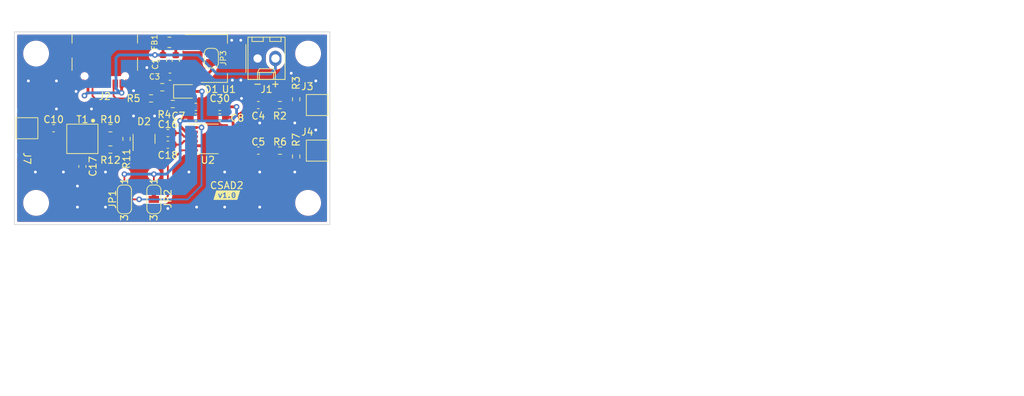
<source format=kicad_pcb>
(kicad_pcb (version 20221018) (generator pcbnew)
  (title_block (title "CSAD2") (date "2023-05-17") (rev "1.0"))
  (layers (0 "F.Cu" signal) (1 "In1.Cu" signal) (2 "In2.Cu" signal) (31 "B.Cu" signal) (34 "B.Paste" user) (35 "F.Paste" user) (36 "B.SilkS" user "B.Silkscreen") (37 "F.SilkS" user "F.Silkscreen") (38 "B.Mask" user) (39 "F.Mask" user) (44 "Edge.Cuts" user))
  (net 0 "")
  (net 1 "GND")
  (net 2 "+3.3V")
  (net 3 "Net-(U2-OUT1)")
  (net 4 "Net-(C4-Pad2)")
  (net 5 "Net-(U2-OUT2)")
  (net 6 "Net-(C5-Pad2)")
  (net 7 "Net-(J7-In)")
  (net 8 "Net-(T1-AA)")
  (net 9 "Net-(D2-A)")
  (net 10 "Net-(U2-IN+)")
  (net 11 "Net-(T1-SC)")
  (net 12 "Net-(C18-Pad1)")
  (net 13 "Net-(U2-IN-)")
  (net 14 "Net-(D1-K)")
  (net 15 "Net-(J2-CC1)")
  (net 19 "Net-(J2-CC2)")
  (net 23 "Net-(J3-In)")
  (net 24 "Net-(J4-In)")
  (net 25 "Earth")
  (net 26 "Net-(JP1-C)")
  (net 27 "Net-(JP2-C)")
  (net 28 "Net-(T1-SB)")
  (net 29 "Net-(T1-SA)")
  (net 30 "Net-(JP3-B)")
  (net 31 "Net-(J1-Pin_2)")
  (footprint "Resistor_SMD:R_0603_1608Metric" (layer "F.Cu") (at 155.9 94.94625)
    (fp_text reference "R6" (at 0 -1.24625) (layer "F.SilkS"))
    (fp_text value "100R")
    (pad "1" smd roundrect locked (at -0.825 0) (size 0.8 0.95) (layers "F.Cu" "F.Paste" "F.Mask") (net 6 "Net-(C5-Pad2)"))
    (pad "2" smd roundrect locked (at 0.825 0) (size 0.8 0.95) (layers "F.Cu" "F.Paste" "F.Mask") (net 24 "Net-(J4-In)"))
  )
  (footprint "Capacitor_SMD:C_0603_1608Metric" (layer "F.Cu") (at 147.3 90.2)
    (fp_text reference "C8" (at 2.5 0.1) (layer "F.SilkS"))
    (fp_text value "0.1uF")
    (pad "1" smd roundrect (at -0.775 0) (size 0.9 0.95) (layers "F.Cu" "F.Paste" "F.Mask") (net 1 "GND"))
    (pad "2" smd roundrect (at 0.775 0) (size 0.9 0.95) (layers "F.Cu" "F.Paste" "F.Mask") (net 2 "+3.3V"))
  )
  (footprint "Capacitor_SMD:C_0603_1608Metric" (layer "F.Cu") (at 141.025 82.1 90)
    (fp_text reference "C2" hide)
    (fp_text value "1uF")
    (pad "1" smd roundrect (at -0.775 0 90) (size 0.9 0.95) (layers "F.Cu" "F.Paste" "F.Mask") (net 1 "GND"))
    (pad "2" smd roundrect (at 0.775 0 90) (size 0.9 0.95) (layers "F.Cu" "F.Paste" "F.Mask") (net 30 "Net-(JP3-B)"))
  )
  (footprint "Capacitor_SMD:C_0603_1608Metric" (layer "F.Cu") (at 127.7 97.2 -90)
    (fp_text reference "C17" (at 0 -1.5 90) (layer "F.SilkS"))
    (fp_text value "0.1uF")
    (pad "1" smd roundrect (at -0.775 0 270) (size 0.9 0.95) (layers "F.Cu" "F.Paste" "F.Mask") (net 11 "Net-(T1-SC)"))
    (pad "2" smd roundrect (at 0.775 0 270) (size 0.9 0.95) (layers "F.Cu" "F.Paste" "F.Mask") (net 1 "GND"))
  )
  (footprint "Capacitor_SMD:C_0603_1608Metric" (layer "F.Cu") (at 143.9 88.7 180)
    (fp_text reference "C31" hide)
    (fp_text value "1uF")
    (pad "1" smd roundrect (at -0.775 0 180) (size 0.9 0.95) (layers "F.Cu" "F.Paste" "F.Mask") (net 1 "GND"))
    (pad "2" smd roundrect (at 0.775 0 180) (size 0.9 0.95) (layers "F.Cu" "F.Paste" "F.Mask") (net 2 "+3.3V"))
  )
  (footprint "Resistor_SMD:R_0603_1608Metric" (layer "F.Cu") (at 137.5 87.5 180)
    (fp_text reference "R5" (at 2.5 0) (layer "F.SilkS"))
    (fp_text value "5K1")
    (pad "1" smd roundrect (at -0.825 0 180) (size 0.8 0.95) (layers "F.Cu" "F.Paste" "F.Mask") (net 1 "GND"))
    (pad "2" smd roundrect (at 0.825 0 180) (size 0.8 0.95) (layers "F.Cu" "F.Paste" "F.Mask") (net 15 "Net-(J2-CC1)"))
  )
  (footprint "Capacitor_SMD:C_0603_1608Metric" (layer "F.Cu") (at 139.2 82.075 90)
    (fp_text reference "C1" (at -0.525 -1.1 90) (layer "F.SilkS") (effects (font (size 0.8 0.8) (thickness 0.12))))
    (fp_text value "1uF")
    (pad "1" smd roundrect (at -0.775 0 90) (size 0.9 0.95) (layers "F.Cu" "F.Paste" "F.Mask") (net 1 "GND"))
    (pad "2" smd roundrect (at 0.775 0 90) (size 0.9 0.95) (layers "F.Cu" "F.Paste" "F.Mask") (net 31 "Net-(J1-Pin_2)"))
  )
  (footprint "Capacitor_SMD:C_0603_1608Metric" (layer "F.Cu") (at 139.9 92.445)
    (fp_text reference "C16" (at 0 -1.245) (layer "F.SilkS"))
    (fp_text value "0.1uF")
    (pad "1" smd roundrect (at -0.775 0) (size 0.9 0.95) (layers "F.Cu" "F.Paste" "F.Mask") (net 9 "Net-(D2-A)"))
    (pad "2" smd roundrect (at 0.775 0) (size 0.9 0.95) (layers "F.Cu" "F.Paste" "F.Mask") (net 10 "Net-(U2-IN+)"))
  )
  (footprint "Jumper:SolderJumper-2_P1.3mm_Open_RoundedPad1.0x1.5mm" (layer "F.Cu") (at 146.1 81.75 90)
    (fp_text reference "JP3" (at 0 1.7 90) (layer "F.SilkS") (effects (font (size 0.8 0.8) (thickness 0.12))))
    (fp_text value "SolderJumper_2_Open")
    (pad "1" smd custom (at -0.65 0 90) (size 1 0.5) (layers "F.Cu" "F.Mask") (net 2 "+3.3V") (options (clearance outline) (anchor rect)) (primitives (gr_circle (center 0 0.25) (end 0.5 0.25) (width 0) (fill yes)) (gr_circle (center 0 -0.25) (end 0.5 -0.25) (width 0) (fill yes)) (gr_poly (pts (xy 0.5 0.75) (xy 0 0.75) (xy 0 -0.75) (xy 0.5 -0.75)) (width 0) (fill yes))))
    (pad "2" smd custom (at 0.65 0 90) (size 1 0.5) (layers "F.Cu" "F.Mask") (net 30 "Net-(JP3-B)") (options (clearance outline) (anchor rect)) (primitives (gr_circle (center 0 0.25) (end 0.5 0.25) (width 0) (fill yes)) (gr_circle (center 0 -0.25) (end 0.5 -0.25) (width 0) (fill yes)) (gr_poly (pts (xy 0 0.75) (xy -0.5 0.75) (xy -0.5 -0.75) (xy 0 -0.75)) (width 0) (fill yes))))
  )
  (footprint "Capacitor_SMD:C_0603_1608Metric" (layer "F.Cu") (at 139.9 94.095)
    (fp_text reference "C18" (at 0 1.505) (layer "F.SilkS"))
    (fp_text value "0.1uF")
    (pad "1" smd roundrect (at -0.775 0) (size 0.9 0.95) (layers "F.Cu" "F.Paste" "F.Mask") (net 12 "Net-(C18-Pad1)"))
    (pad "2" smd roundrect (at 0.775 0) (size 0.9 0.95) (layers "F.Cu" "F.Paste" "F.Mask") (net 13 "Net-(U2-IN-)"))
  )
  (footprint "Capacitor_SMD:C_0603_1608Metric" (layer "F.Cu") (at 123.6 91.75)
    (fp_text reference "C10" (at 0 -1.25) (layer "F.SilkS"))
    (fp_text value "0.1uF")
    (pad "1" smd roundrect (at -0.775 0) (size 0.9 0.95) (layers "F.Cu" "F.Paste" "F.Mask") (net 7 "Net-(J7-In)"))
    (pad "2" smd roundrect (at 0.775 0) (size 0.9 0.95) (layers "F.Cu" "F.Paste" "F.Mask") (net 8 "Net-(T1-AA)"))
  )
  (footprint "Package_SO:MSOP-12_3x4mm_P0.65mm" (layer "F.Cu") (at 145.6 93.27)
    (fp_text reference "U2" (at 0 3.03) (layer "F.SilkS"))
    (fp_text value "LTC6957IMS-3")
    (pad "1" smd roundrect (at -2.15 -1.625) (size 1.45 0.4) (layers "F.Cu" "F.Paste" "F.Mask") (net 26 "Net-(JP1-C)"))
    (pad "2" smd roundrect (at -2.15 -0.975) (size 1.45 0.4) (layers "F.Cu" "F.Paste" "F.Mask") (net 2 "+3.3V"))
    (pad "3" smd roundrect (at -2.15 -0.325) (size 1.45 0.4) (layers "F.Cu" "F.Paste" "F.Mask") (net 10 "Net-(U2-IN+)"))
    (pad "4" smd roundrect (at -2.15 0.325) (size 1.45 0.4) (layers "F.Cu" "F.Paste" "F.Mask") (net 13 "Net-(U2-IN-)"))
    (pad "5" smd roundrect (at -2.15 0.975) (size 1.45 0.4) (layers "F.Cu" "F.Paste" "F.Mask") (net 1 "GND"))
    (pad "6" smd roundrect (at -2.15 1.625) (size 1.45 0.4) (layers "F.Cu" "F.Paste" "F.Mask") (net 27 "Net-(JP2-C)"))
    (pad "7" smd roundrect (at 2.15 1.625) (size 1.45 0.4) (layers "F.Cu" "F.Paste" "F.Mask") (net 1 "GND"))
    (pad "8" smd roundrect (at 2.15 0.975) (size 1.45 0.4) (layers "F.Cu" "F.Paste" "F.Mask") (net 1 "GND"))
    (pad "9" smd roundrect (at 2.15 0.325) (size 1.45 0.4) (layers "F.Cu" "F.Paste" "F.Mask") (net 5 "Net-(U2-OUT2)"))
    (pad "10" smd roundrect (at 2.15 -0.325) (size 1.45 0.4) (layers "F.Cu" "F.Paste" "F.Mask") (net 3 "Net-(U2-OUT1)"))
    (pad "11" smd roundrect (at 2.15 -0.975) (size 1.45 0.4) (layers "F.Cu" "F.Paste" "F.Mask") (net 2 "+3.3V"))
    (pad "12" smd roundrect (at 2.15 -1.625) (size 1.45 0.4) (layers "F.Cu" "F.Paste" "F.Mask") (net 1 "GND"))
  )
  (footprint "Resistor_SMD:R_0603_1608Metric" (layer "F.Cu") (at 131.7 91.75)
    (fp_text reference "R10" (at 0 -1.25) (layer "F.SilkS"))
    (fp_text value "100R")
    (pad "1" smd roundrect (at -0.825 0) (size 0.8 0.95) (layers "F.Cu" "F.Paste" "F.Mask") (net 28 "Net-(T1-SB)"))
    (pad "2" smd roundrect (at 0.825 0) (size 0.8 0.95) (layers "F.Cu" "F.Paste" "F.Mask") (net 9 "Net-(D2-A)"))
  )
  (footprint "Capacitor_SMD:C_0603_1608Metric" (layer "F.Cu") (at 147.3 88.7)
    (fp_text reference "C30" (at 0 -1.2) (layer "F.SilkS"))
    (fp_text value "1uF")
    (pad "1" smd roundrect (at -0.775 0) (size 0.9 0.95) (layers "F.Cu" "F.Paste" "F.Mask") (net 1 "GND"))
    (pad "2" smd roundrect (at 0.775 0) (size 0.9 0.95) (layers "F.Cu" "F.Paste" "F.Mask") (net 2 "+3.3V"))
  )
  (footprint "ABOP_Parts:Connector_RF_Hirose_U.FL-R-SMT(01)" (layer "F.Cu") (at 161.2 94.94625 90)
    (fp_text reference "J4" (at 2.64625 -1.4 unlocked) (layer "F.SilkS"))
    (fp_text value "U.FL-R-SMT(01)")
    (pad "1" smd rect locked (at 0 -1.5 90) (size 1 1) (layers "F.Cu" "F.Paste" "F.Mask") (net 24 "Net-(J4-In)"))
    (pad "2" smd rect locked (at -1.475 -0.1 90) (size 1.05 2.2) (layers "F.Cu" "F.Paste" "F.Mask") (net 1 "GND"))
    (pad "2" smd rect locked (at 1.475 0 90) (size 1.05 2.2) (layers "F.Cu" "F.Paste" "F.Mask") (net 1 "GND"))
  )
  (footprint "LED_SMD:LED_0805_2012Metric" (layer "F.Cu") (at 142.4 86.5)
    (fp_text reference "D1" (at 3.7 -0.3) (layer "F.SilkS"))
    (fp_text value "150080GS75000")
    (pad "1" smd roundrect (at -0.9375 0) (size 0.975 1.4) (layers "F.Cu" "F.Paste" "F.Mask") (net 14 "Net-(D1-K)"))
    (pad "2" smd roundrect (at 0.9375 0) (size 0.975 1.4) (layers "F.Cu" "F.Paste" "F.Mask") (net 2 "+3.3V"))
  )
  (footprint "MountingHole:MountingHole_3.2mm_M3_ISO7380" (layer "F.Cu") (at 159.9 81.1)
    (fp_text reference "H2" hide)
    (fp_text value "MountingHole")
    (pad "" np_thru_hole circle (at 0 0) (size 3.2 3.2) (drill 3.2) (layers "*.Cu" "*.Mask"))
  )
  (footprint "Capacitor_SMD:C_0603_1608Metric" (layer "F.Cu") (at 152.8 88.44625)
    (fp_text reference "C4" (at 0 1.55375) (layer "F.SilkS"))
    (fp_text value "10nF")
    (pad "1" smd roundrect locked (at -0.775 0) (size 0.9 0.95) (layers "F.Cu" "F.Paste" "F.Mask") (net 3 "Net-(U2-OUT1)"))
    (pad "2" smd roundrect locked (at 0.775 0) (size 0.9 0.95) (layers "F.Cu" "F.Paste" "F.Mask") (net 4 "Net-(C4-Pad2)"))
  )
  (footprint "Resistor_SMD:R_0603_1608Metric" (layer "F.Cu") (at 158.2 95.77125 90)
    (fp_text reference "R7" (at 2.37125 0 270) (layer "F.SilkS"))
    (fp_text value "100R")
    (pad "1" smd roundrect (at -0.825 0 90) (size 0.8 0.95) (layers "F.Cu" "F.Paste" "F.Mask") (net 1 "GND"))
    (pad "2" smd roundrect (at 0.825 0 90) (size 0.8 0.95) (layers "F.Cu" "F.Paste" "F.Mask") (net 24 "Net-(J4-In)"))
  )
  (footprint "MountingHole:MountingHole_3.2mm_M3_ISO7380" (layer "F.Cu") (at 121.1 81.1)
    (fp_text reference "H1" hide)
    (fp_text value "MountingHole")
    (pad "" np_thru_hole circle (at 0 0) (size 3.2 3.2) (drill 3.2) (layers "*.Cu" "*.Mask"))
  )
  (footprint "Connector_Molex:Molex_KK-254_AE-6410-02A_1x02_P2.54mm_Vertical" (layer "F.Cu") (at 152.7 81.8)
    (fp_text reference "J1" (at 1.27 4.4) (layer "F.SilkS"))
    (fp_text value "22-23-2021")
    (pad "1" thru_hole roundrect locked (at 0 0) (size 1.74 2.19) (drill 1.19) (layers "*.Cu" "*.Mask") (roundrect_rratio 0.1436781609) (net 1 "GND"))
    (pad "2" thru_hole oval locked (at 2.54 0) (size 1.74 2.19) (drill 1.19) (layers "*.Cu" "*.Mask") (net 31 "Net-(J1-Pin_2)"))
  )
  (footprint "Resistor_SMD:R_0603_1608Metric" (layer "F.Cu") (at 131.7 94.79)
    (fp_text reference "R12" (at 0 1.51) (layer "F.SilkS"))
    (fp_text value "100R")
    (pad "1" smd roundrect (at -0.825 0) (size 0.8 0.95) (layers "F.Cu" "F.Paste" "F.Mask") (net 29 "Net-(T1-SA)"))
    (pad "2" smd roundrect (at 0.825 0) (size 0.8 0.95) (layers "F.Cu" "F.Paste" "F.Mask") (net 12 "Net-(C18-Pad1)"))
  )
  (footprint "Jumper:SolderJumper-3_P1.3mm_Bridged12_RoundedPad1.0x1.5mm_NumberLabels" (layer "F.Cu") (at 133.7 101.9 -90)
    (fp_text reference "JP1" (at 0 1.7 90) (layer "F.SilkS"))
    (fp_text value "SolderJumper_3_Bridged12")
    (fp_text user "1" (at -2.6 0 90) (layer "F.SilkS"))
    (fp_text user "3" (at 2.6 0 90) (layer "F.SilkS"))
    (fp_poly (pts (xy -0.9 -0.3) (xy -0.4 -0.3) (xy -0.4 0.3) (xy -0.9 0.3)) (fill solid) (layer "F.Cu"))
    (pad "1" smd custom (at -1.3 0 270) (size 1 0.5) (layers "F.Cu" "F.Mask") (net 2 "+3.3V") (options (clearance outline) (anchor rect)) (primitives (gr_poly (pts (xy 0.55 0.75) (xy 0 0.75) (xy 0 -0.75) (xy 0.55 -0.75)) (width 0) (fill yes)) (gr_circle (center 0 0.25) (end 0.5 0.25) (width 0) (fill yes)) (gr_circle (center 0 -0.25) (end 0.5 -0.25) (width 0) (fill yes))))
    (pad "2" smd rect (at 0 0 270) (size 1 1.5) (layers "F.Cu" "F.Mask") (net 26 "Net-(JP1-C)"))
    (pad "3" smd custom (at 1.3 0 270) (size 1 0.5) (layers "F.Cu" "F.Mask") (net 1 "GND") (options (clearance outline) (anchor rect)) (primitives (gr_circle (center 0 0.25) (end 0.5 0.25) (width 0) (fill yes)) (gr_circle (center 0 -0.25) (end 0.5 -0.25) (width 0) (fill yes)) (gr_poly (pts (xy 0 0.75) (xy -0.55 0.75) (xy -0.55 -0.75) (xy 0 -0.75)) (width 0) (fill yes))))
  )
  (footprint "Resistor_SMD:R_0603_1608Metric" (layer "F.Cu") (at 158.2 87.62125 -90)
    (fp_text reference "R3" (at -2.32125 0 -90) (layer "F.SilkS"))
    (fp_text value "100R")
    (pad "1" smd roundrect locked (at -0.825 0 270) (size 0.8 0.95) (layers "F.Cu" "F.Paste" "F.Mask") (net 1 "GND"))
    (pad "2" smd roundrect locked (at 0.825 0 270) (size 0.8 0.95) (layers "F.Cu" "F.Paste" "F.Mask") (net 23 "Net-(J3-In)"))
  )
  (footprint "Package_TO_SOT_SMD:SOT-223-3_TabPin2" (layer "F.Cu") (at 146.4875 81.8)
    (fp_text reference "U1" (at 2.1125 4.4) (layer "F.SilkS"))
    (fp_text value "AP7361C-33E")
    (pad "1" smd rect (at -3.15 -2.3) (size 2 1.5) (layers "F.Cu" "F.Paste" "F.Mask") (net 30 "Net-(JP3-B)"))
    (pad "2" smd rect (at -3.15 0) (size 2 1.5) (layers "F.Cu" "F.Paste" "F.Mask") (net 1 "GND"))
    (pad "2" smd rect (at 3.15 0) (size 2 3.8) (layers "F.Cu" "F.Paste" "F.Mask") (net 1 "GND"))
    (pad "3" smd rect (at -3.15 2.3) (size 2 1.5) (layers "F.Cu" "F.Paste" "F.Mask") (net 2 "+3.3V"))
  )
  (footprint "Resistor_SMD:R_0805_2012Metric" (layer "F.Cu") (at 140.1125 79.5)
    (fp_text reference "FB1" (at -2.1125 0 90) (layer "F.SilkS") (effects (font (size 0.8 0.8) (thickness 0.12))))
    (fp_text value "60R @ 100MHz")
    (pad "1" smd roundrect (at -0.9125 0) (size 1.025 1.4) (layers "F.Cu" "F.Paste" "F.Mask") (roundrect_rratio 0.243902439) (net 31 "Net-(J1-Pin_2)"))
    (pad "2" smd roundrect (at 0.9125 0) (size 1.025 1.4) (layers "F.Cu" "F.Paste" "F.Mask") (roundrect_rratio 0.243902439) (net 30 "Net-(JP3-B)"))
  )
  (footprint "ABOP_Parts:Transformer_Coilcraft_WBC_Series" (layer "F.Cu") (at 127.7 93.27 -90)
    (fp_text reference "T1" (at -2.77 0 unlocked) (layer "F.SilkS"))
    (fp_text value "WBC16-1T")
    (pad "1" smd rect locked (at -1.52 -1.525 270) (size 0.76 1.14) (layers "F.Cu" "F.Paste" "F.Mask") (net 28 "Net-(T1-SB)"))
    (pad "2" smd rect locked (at 0 -1.525 270) (size 0.76 1.14) (layers "F.Cu" "F.Paste" "F.Mask") (net 11 "Net-(T1-SC)"))
    (pad "3" smd rect locked (at 1.52 -1.525 270) (size 0.76 1.14) (layers "F.Cu" "F.Paste" "F.Mask") (net 29 "Net-(T1-SA)"))
    (pad "4" smd rect locked (at 1.52 1.525 270) (size 0.76 1.14) (layers "F.Cu" "F.Paste" "F.Mask") (net 25 "Earth"))
    (pad "5" smd rect locked (at 0 1.525 270) (size 0.76 1.14) (layers "F.Cu" "F.Paste" "F.Mask"))
    (pad "6" smd rect locked (at -1.52 1.525 270) (size 0.76 1.14) (layers "F.Cu" "F.Paste" "F.Mask") (net 8 "Net-(T1-AA)"))
  )
  (footprint "MountingHole:MountingHole_3.2mm_M3_ISO7380" (layer "F.Cu") (at 159.9 102.4)
    (fp_text reference "H4" hide)
    (fp_text value "MountingHole")
    (pad "" np_thru_hole circle (at 0 0) (size 3.2 3.2) (drill 3.2) (layers "*.Cu" "*.Mask"))
  )
  (footprint "kibuzzard-6464B5BF" (layer "F.Cu") (at 148.3 101.3)
    (fp_text reference "kibuzzard-6464B5BF" hide)
    (fp_text value "G***" hide)
  )
  (footprint "Resistor_SMD:R_0603_1608Metric" (layer "F.Cu") (at 139.1 85.9 180)
    (fp_text reference "R1" hide)
    (fp_text value "680R")
    (pad "1" smd roundrect (at -0.825 0 180) (size 0.8 0.95) (layers "F.Cu" "F.Paste" "F.Mask") (net 14 "Net-(D1-K)"))
    (pad "2" smd roundrect (at 0.825 0 180) (size 0.8 0.95) (layers "F.Cu" "F.Paste" "F.Mask") (net 1 "GND"))
  )
  (footprint "ABOP_Parts:Connector_RF_Hirose_U.FL-R-SMT(01)" (layer "F.Cu") (at 161.2 88.44625 90)
    (fp_text reference "J3" (at 2.64625 -1.4 unlocked) (layer "F.SilkS"))
    (fp_text value "U.FL-R-SMT(01)")
    (pad "1" smd rect locked (at 0 -1.5 90) (size 1 1) (layers "F.Cu" "F.Paste" "F.Mask") (net 23 "Net-(J3-In)"))
    (pad "2" smd rect locked (at -1.475 -0.1 90) (size 1.05 2.2) (layers "F.Cu" "F.Paste" "F.Mask") (net 1 "GND"))
    (pad "2" smd rect locked (at 1.475 0 90) (size 1.05 2.2) (layers "F.Cu" "F.Paste" "F.Mask") (net 1 "GND"))
  )
  (footprint "Capacitor_SMD:C_0603_1608Metric" (layer "F.Cu") (at 140.2 84.4)
    (fp_text reference "C3" (at -2.2 0) (layer "F.SilkS") (effects (font (size 0.8 0.8) (thickness 0.12) bold)))
    (fp_text value "4.7uF")
    (pad "1" smd roundrect (at -0.775 0) (size 0.9 0.95) (layers "F.Cu" "F.Paste" "F.Mask") (net 1 "GND"))
    (pad "2" smd roundrect (at 0.775 0) (size 0.9 0.95) (layers "F.Cu" "F.Paste" "F.Mask") (net 2 "+3.3V"))
  )
  (footprint "Resistor_SMD:R_0603_1608Metric" (layer "F.Cu") (at 155.875 88.44625)
    (fp_text reference "R2" (at 0 1.549999) (layer "F.SilkS"))
    (fp_text value "100R")
    (pad "1" smd roundrect locked (at -0.825 0) (size 0.8 0.95) (layers "F.Cu" "F.Paste" "F.Mask") (net 4 "Net-(C4-Pad2)"))
    (pad "2" smd roundrect locked (at 0.825 0) (size 0.8 0.95) (layers "F.Cu" "F.Paste" "F.Mask") (net 23 "Net-(J3-In)"))
  )
  (footprint "Package_TO_SOT_SMD:SOT-23" (layer "F.Cu") (at 136.5 93.27 90)
    (fp_text reference "D2" (at 2.47 0 180) (layer "F.SilkS"))
    (fp_text value "HSMS-281C")
    (pad "1" smd roundrect (at -0.9375 -0.95 90) (size 1.475 0.6) (layers "F.Cu" "F.Paste" "F.Mask") (net 12 "Net-(C18-Pad1)"))
    (pad "2" smd roundrect (at -0.9375 0.95 90) (size 1.475 0.6) (layers "F.Cu" "F.Paste" "F.Mask") (net 12 "Net-(C18-Pad1)"))
    (pad "3" smd roundrect (at 0.9375 0 90) (size 1.475 0.6) (layers "F.Cu" "F.Paste" "F.Mask") (net 9 "Net-(D2-A)"))
  )
  (footprint "Jumper:SolderJumper-3_P1.3mm_Bridged12_RoundedPad1.0x1.5mm_NumberLabels" (layer "F.Cu") (at 137.9 101.9 -90)
    (fp_text reference "JP2" (at -0.1 -2 90) (layer "F.SilkS"))
    (fp_text value "SolderJumper_3_Bridged12")
    (fp_text user "3" (at 2.6 0 90) (layer "F.SilkS"))
    (fp_text user "1" (at -2.6 0 90) (layer "F.SilkS"))
    (fp_poly (pts (xy -0.9 -0.3) (xy -0.4 -0.3) (xy -0.4 0.3) (xy -0.9 0.3)) (fill solid) (layer "F.Cu"))
    (pad "1" smd custom (at -1.3 0 270) (size 1 0.5) (layers "F.Cu" "F.Mask") (net 2 "+3.3V") (options (clearance outline) (anchor rect)) (primitives (gr_poly (pts (xy 0.55 0.75) (xy 0 0.75) (xy 0 -0.75) (xy 0.55 -0.75)) (width 0) (fill yes)) (gr_circle (center 0 0.25) (end 0.5 0.25) (width 0) (fill yes)) (gr_circle (center 0 -0.25) (end 0.5 -0.25) (width 0) (fill yes))))
    (pad "2" smd rect (at 0 0 270) (size 1 1.5) (layers "F.Cu" "F.Mask") (net 27 "Net-(JP2-C)"))
    (pad "3" smd custom (at 1.3 0 270) (size 1 0.5) (layers "F.Cu" "F.Mask") (net 1 "GND") (options (clearance outline) (anchor rect)) (primitives (gr_circle (center 0 0.25) (end 0.5 0.25) (width 0) (fill yes)) (gr_circle (center 0 -0.25) (end 0.5 -0.25) (width 0) (fill yes)) (gr_poly (pts (xy 0 0.75) (xy -0.55 0.75) (xy -0.55 -0.75) (xy 0 -0.75)) (width 0) (fill yes))))
  )
  (footprint "Capacitor_SMD:C_0603_1608Metric" (layer "F.Cu") (at 143.9 90.2 180)
    (fp_text reference "C7" (at 2.5 0.2) (layer "F.SilkS"))
    (fp_text value "0.1uF")
    (pad "1" smd roundrect (at -0.775 0 180) (size 0.9 0.95) (layers "F.Cu" "F.Paste" "F.Mask") (net 1 "GND"))
    (pad "2" smd roundrect (at 0.775 0 180) (size 0.9 0.95) (layers "F.Cu" "F.Paste" "F.Mask") (net 2 "+3.3V"))
  )
  (footprint "Resistor_SMD:R_0603_1608Metric" (layer "F.Cu") (at 134 93.27 -90)
    (fp_text reference "R11" (at 2.83 0 90) (layer "F.SilkS"))
    (fp_text value "604R")
    (pad "1" smd roundrect locked (at -0.825 0 270) (size 0.8 0.95) (layers "F.Cu" "F.Paste" "F.Mask") (net 9 "Net-(D2-A)"))
    (pad "2" smd roundrect locked (at 0.825 0 270) (size 0.8 0.95) (layers "F.Cu" "F.Paste" "F.Mask") (net 12 "Net-(C18-Pad1)"))
  )
  (footprint "Capacitor_SMD:C_0603_1608Metric" (layer "F.Cu") (at 152.8 94.94625)
    (fp_text reference "C5" (at 0 -1.24625) (layer "F.SilkS"))
    (fp_text value "10nF")
    (pad "1" smd roundrect locked (at -0.775 0) (size 0.9 0.95) (layers "F.Cu" "F.Paste" "F.Mask") (net 5 "Net-(U2-OUT2)"))
    (pad "2" smd roundrect locked (at 0.775 0) (size 0.9 0.95) (layers "F.Cu" "F.Paste" "F.Mask") (net 6 "Net-(C5-Pad2)"))
  )
  (footprint "ABOP_Parts:Connector_RF_Hirose_U.FL-R-SMT(01)" (layer "F.Cu") (at 119.8 91.75 -90)
    (fp_text reference "J7" (at 4.3 0 -90 unlocked) (layer "F.SilkS"))
    (fp_text value "U.FL-R-SMT(01)")
    (pad "1" smd rect locked (at 0 -1.5 270) (size 1 1) (layers "F.Cu" "F.Paste" "F.Mask") (net 7 "Net-(J7-In)"))
    (pad "2" smd rect locked (at -1.475 -0.1 270) (size 1.05 2.2) (layers "F.Cu" "F.Paste" "F.Mask") (net 25 "Earth"))
    (pad "2" smd rect locked (at 1.475 0 270) (size 1.05 2.2) (layers "F.Cu" "F.Paste" "F.Mask") (net 25 "Earth"))
  )
  (footprint "Resistor_SMD:R_0603_1608Metric" (layer "F.Cu") (at 140.6 88.3 180)
    (fp_text reference "R4" (at 1.2 -1.5) (layer "F.SilkS"))
    (fp_text value "5K1")
    (pad "1" smd roundrect (at -0.825 0 180) (size 0.8 0.95) (layers "F.Cu" "F.Paste" "F.Mask") (net 1 "GND"))
    (pad "2" smd roundrect (at 0.825 0 180) (size 0.8 0.95) (layers "F.Cu" "F.Paste" "F.Mask") (net 19 "Net-(J2-CC2)"))
  )
  (footprint "MountingHole:MountingHole_3.2mm_M3_ISO7380" (layer "F.Cu") (at 121.1 102.4)
    (fp_text reference "H3" hide)
    (fp_text value "MountingHole")
    (pad "" np_thru_hole circle (at 0 0) (size 3.2 3.2) (drill 3.2) (layers "*.Cu" "*.Mask"))
  )
  (footprint "ABOP_Parts:USB_C_Receptacle_GCT_USB4110-xx-A_16P_TopMnt_Horizontal" (layer "F.Cu") (at 130.9 78.035 180)
    (fp_text reference "J2" (at 0 -9.175 unlocked) (layer "F.SilkS"))
    (fp_text value "USB4110-GF-A")
    (pad "" np_thru_hole circle (at -2.89 -6.28 180) (size 0.65 0.65) (drill 0.65) (layers "F&B.Cu" "*.Mask"))
    (pad "" np_thru_hole circle (at 2.89 -6.28 180) (size 0.65 0.65) (drill 0.65) (layers "F&B.Cu" "*.Mask"))
    (pad "A1" smd rect (at -3.2 -7.355 180) (size 0.6 1.15) (layers "F.Cu" "F.Paste" "F.Mask") (net 1 "GND"))
    (pad "A4" smd rect (at -2.4 -7.355 180) (size 0.6 1.15) (layers "F.Cu" "F.Paste" "F.Mask") (net 31 "Net-(J1-Pin_2)"))
    (pad "A5" smd rect (at -1.25 -7.355 180) (size 0.3 1.15) (layers "F.Cu" "F.Paste" "F.Mask") (net 15 "Net-(J2-CC1)"))
    (pad "A6" smd rect (at -0.25 -7.355 180) (size 0.3 1.15) (layers "F.Cu" "F.Paste" "F.Mask"))
    (pad "A7" smd rect (at 0.25 -7.355 180) (size 0.3 1.15) (layers "F.Cu" "F.Paste" "F.Mask"))
    (pad "A8" smd rect (at 1.25 -7.355 180) (size 0.3 1.15) (layers "F.Cu" "F.Paste" "F.Mask"))
    (pad "A9" smd rect (at 2.4 -7.355 180) (size 0.6 1.15) (layers "F.Cu" "F.Paste" "F.Mask") (net 31 "Net-(J1-Pin_2)"))
    (pad "A12" smd rect (at 3.2 -7.355 180) (size 0.6 1.15) (layers "F.Cu" "F.Paste" "F.Mask") (net 1 "GND"))
    (pad "B1" smd rect (at 3.2 -7.355 180) (size 0.6 1.15) (layers "F.Cu" "F.Paste" "F.Mask") (net 1 "GND"))
    (pad "B4" smd rect (at 2.4 -7.355 180) (size 0.6 1.15) (layers "F.Cu" "F.Paste" "F.Mask") (net 31 "Net-(J1-Pin_2)"))
    (pad "B5" smd rect (at 1.75 -7.355 180) (size 0.3 1.15) (layers "F.Cu" "F.Paste" "F.Mask") (net 19 "Net-(J2-CC2)"))
    (pad "B6" smd rect (at 0.75 -7.355 180) (size 0.3 1.15) (layers "F.Cu" "F.Paste" "F.Mask"))
    (pad "B7" smd rect (at -0.75 -7.355 180) (size 0.3 1.15) (layers "F.Cu" "F.Paste" "F.Mask"))
    (pad "B8" smd rect (at -1.75 -7.355 180) (size 0.3 1.15) (layers "F.Cu" "F.Paste" "F.Mask"))
    (pad "B9" smd rect (at -2.4 -7.355 180) (size 0.6 1.15) (layers "F.Cu" "F.Paste" "F.Mask") (net 31 "Net-(J1-Pin_2)"))
    (pad "B12" smd rect (at -3.2 -7.355 180) (size 0.6 1.15) (layers "F.Cu" "F.Paste" "F.Mask") (net 1 "GND"))
    (pad "S1" smd rect (at -5.11 -6.78 180) (size 2.18 2) (layers "F.Cu" "F.Paste" "F.Mask") (net 1 "GND"))
    (pad "S1" smd rect (at -5.11 -2.85 180) (size 2.18 2) (layers "F.Cu" "F.Paste" "F.Mask") (net 1 "GND"))
    (pad "S1" smd rect (at 5.11 -6.78 180) (size 2.18 2) (layers "F.Cu" "F.Paste" "F.Mask") (net 1 "GND"))
    (pad "S1" smd rect (at 5.11 -2.85 180) (size 2.18 2) (layers "F.Cu" "F.Paste" "F.Mask") (net 1 "GND"))
  )
  (gr_rect locked (start 118 78) (end 163 105.5) (stroke (width 0.1)) (fill none) (layer "Edge.Cuts"))
  (gr_text "+" (at 155.24 85.4) (layer "F.SilkS") (effects (font (size 1 1))))
  (gr_text "-" (at 152.7 85.4) (layer "F.SilkS") (effects (font (size 1 1))))
  (gr_text "CSAD2" (at 148.3 100.5) (layer "F.SilkS") (effects (font (size 1 1)) (justify bottom)))
  (segment (start 147.75 94.245) (end 143.45 94.245) (width 0.4) (layer "F.Cu") (net 1))
  (segment (start 127.7 85.6) (end 126.8 86.5) (width 0.4) (layer "F.Cu") (net 1))
  (segment (start 134.1 85.5) (end 135 86.4) (width 0.4) (layer "F.Cu") (net 1))
  (segment (start 134.1 85.39) (end 134.1 85.5) (width 0.4) (layer "F.Cu") (net 1))
  (segment (start 127.7 85.39) (end 127.7 85.6) (width 0.4) (layer "F.Cu") (net 1))
  (via (at 124 85) (size 0.8) (drill 0.4) (layers "F.Cu" "B.Cu") (net 1))
  (via (at 120 85) (size 0.8) (drill 0.4) (layers "F.Cu" "B.Cu") (net 1))
  (via (at 127 103) (size 0.8) (drill 0.4) (layers "F.Cu" "B.Cu") (net 1))
  (via (at 135 90) (size 0.8) (drill 0.4) (layers "F.Cu" "B.Cu") (net 1))
  (via (at 150.4 87.5) (size 0.8) (drill 0.4) (layers "F.Cu" "B.Cu") (net 1))
  (via (at 153 98) (size 0.8) (drill 0.4) (layers "F.Cu" "B.Cu") (net 1))
  (via (at 161 92) (size 0.8) (drill 0.4) (layers "F.Cu" "B.Cu") (net 1))
  (via (at 157.5 83.9) (size 0.8) (drill 0.4) (layers "F.Cu" "B.Cu") (net 1))
  (via (at 136.9 83.1) (size 0.8) (drill 0.4) (layers "F.Cu" "B.Cu") (net 1))
  (via (at 161 85) (size 0.8) (drill 0.4) (layers "F.Cu" "B.Cu") (net 1))
  (via (at 158 98) (size 0.8) (drill 0.4) (layers "F.Cu" "B.Cu") (net 1))
  (via (at 127 100) (size 0.8) (drill 0.4) (layers "F.Cu" "B.Cu") (net 1))
  (via (at 131 98) (size 0.8) (drill 0.4) (layers "F.Cu" "B.Cu") (net 1))
  (via (at 126.8 86.5) (size 0.8) (drill 0.4) (layers "F.Cu" "B.Cu") (net 1))
  (via (at 125 98) (size 0.8) (drill 0.4) (layers "F.Cu" "B.Cu") (net 1))
  (via (at 153 91) (size 0.8) (drill 0.4) (layers "F.Cu" "B.Cu") (net 1))
  (via (at 138 90) (size 0.8) (drill 0.4) (layers "F.Cu" "B.Cu") (net 1))
  (via (at 150.3 84.9) (size 0.8) (drill 0.4) (layers "F.Cu" "B.Cu") (net 1))
  (via (at 148 103) (size 0.8) (drill 0.4) (layers "F.Cu" "B.Cu") (net 1))
  (via (at 139.9 103.2) (size 0.8) (drill 0.4) (layers "F.Cu" "B.Cu") (net 1))
  (via (at 131 103) (size 0.8) (drill 0.4) (layers "F.Cu" "B.Cu") (net 1))
  (via (at 124 89) (size 0.8) (drill 0.4) (layers "F.Cu" "B.Cu") (net 1))
  (via (at 144 103) (size 0.8) (drill 0.4) (layers "F.Cu" "B.Cu") (net 1))
  (via (at 129 89) (size 0.8) (drill 0.4) (layers "F.Cu" "B.Cu") (net 1))
  (via (at 149.1 84.9) (size 0.8) (drill 0.4) (layers "F.Cu" "B.Cu") (net 1))
  (via (at 149 79.2) (size 0.8) (drill 0.4) (layers "F.Cu" "B.Cu") (net 1))
  (via (at 142.9 98) (size 0.8) (drill 0.4) (layers "F.Cu" "B.Cu") (net 1))
  (via (at 148 98) (size 0.8) (drill 0.4) (layers "F.Cu" "B.Cu") (net 1))
  (via (at 135 86.4) (size 0.8) (drill 0.4) (layers "F.Cu" "B.Cu") (net 1))
  (via (at 150.3 79.2) (size 0.8) (drill 0.4) (layers "F.Cu" "B.Cu") (net 1))
  (via (at 121 98) (size 0.8) (drill 0.4) (layers "F.Cu" "B.Cu") (net 1))
  (via (at 153 103) (size 0.8) (drill 0.4) (layers "F.Cu" "B.Cu") (net 1))
  (via (at 158 91) (size 0.8) (drill 0.4) (layers "F.Cu" "B.Cu") (net 1))
  (segment (start 148.075 90.2) (end 148.075 88.7) (width 0.4) (layer "F.Cu") (net 2))
  (segment (start 146.1 83.5) (end 146.1 82.4) (width 0.4) (layer "F.Cu") (net 2))
  (segment (start 149.195 91.645) (end 149.2 91.65) (width 0.4) (layer "F.Cu") (net 2))
  (segment (start 145.5 84.1) (end 146.1 83.5) (width 0.4) (layer "F.Cu") (net 2))
  (segment (start 137.9 100.6) (end 137.9 98.3) (width 0.25) (layer "F.Cu") (net 2))
  (segment (start 141.65 91.45) (end 141.65 90.7) (width 0.4) (layer "F.Cu") (net 2))
  (segment (start 149.2 91.85) (end 149.2 91.65) (width 0.4) (layer "F.Cu") (net 2))
  (segment (start 149.2 91.65) (end 149.2 90.4) (width 0.4) (layer "F.Cu") (net 2))
  (segment (start 133.7 100.6) (end 133.7 98.3) (width 0.25) (layer "F.Cu") (net 2))
  (segment (start 149.2 90.4) (end 149 90.2) (width 0.4) (layer "F.Cu") (net 2))
  (segment (start 143.3375 84.1) (end 143.3375 86.5) (width 0.4) (layer "F.Cu") (net 2))
  (segment (start 147.75 92.295) (end 148.755 92.295) (width 0.4) (layer "F.Cu") (net 2))
  (segment (start 140.975 84.4) (end 141.7 84.4) (width 0.4) (layer "F.Cu") (net 2))
  (segment (start 142.495 92.295) (end 141.65 91.45) (width 0.4) (layer "F.Cu") (net 2))
  (segment (start 141.7 84.4) (end 142 84.1) (width 0.4) (layer "F.Cu") (net 2))
  (segment (start 148.075 88.7) (end 149.7 88.7) (width 0.4) (layer "F.Cu") (net 2))
  (segment (start 142 84.1) (end 143.3375 84.1) (width 0.4) (layer "F.Cu") (net 2))
  (segment (start 142.15 90.2) (end 143.125 90.2) (width 0.4) (layer "F.Cu") (net 2))
  (segment (start 141.65 90.7) (end 142.15 90.2) (width 0.4) (layer "F.Cu") (net 2))
  (segment (start 148.755 92.295) (end 149.2 91.85) (width 0.4) (layer "F.Cu") (net 2))
  (segment (start 143.125 90.2) (end 143.125 88.7) (width 0.4) (layer "F.Cu") (net 2))
  (segment (start 143.45 92.295) (end 142.495 92.295) (width 0.4) (layer "F.Cu") (net 2))
  (segment (start 149 90.2) (end 148.075 90.2) (width 0.4) (layer "F.Cu") (net 2))
  (segment (start 143.3375 84.1) (end 145.5 84.1) (width 0.4) (layer "F.Cu") (net 2))
  (segment (start 143.3375 86.5) (end 144.75 86.5) (width 0.4) (layer "F.Cu") (net 2))
  (via (at 144.75 86.5) (size 0.8) (drill 0.4) (layers "F.Cu" "B.Cu") (net 2))
  (via (at 133.7 98.3) (size 0.8) (drill 0.4) (layers "F.Cu" "B.Cu") (net 2))
  (via (at 141.65 90.7) (size 0.8) (drill 0.4) (layers "F.Cu" "B.Cu") (net 2))
  (via (at 137.9 98.3) (size 0.8) (drill 0.4) (layers "F.Cu" "B.Cu") (net 2))
  (via (at 149.7 88.7) (size 0.8) (drill 0.4) (layers "F.Cu" "B.Cu") (net 2))
  (segment (start 141.65 90.7) (end 148.9 90.7) (width 0.4) (layer "B.Cu") (net 2))
  (segment (start 139.7 98.3) (end 133.7 98.3) (width 0.4) (layer "B.Cu") (net 2))
  (segment (start 149.7 89.9) (end 149.7 88.7) (width 0.4) (layer "B.Cu") (net 2))
  (segment (start 141.65 90.7) (end 141.65 96.35) (width 0.4) (layer "B.Cu") (net 2))
  (segment (start 144.75 86.5) (end 144.75 90.65) (width 0.4) (layer "B.Cu") (net 2))
  (segment (start 141.65 96.35) (end 139.7 98.3) (width 0.4) (layer "B.Cu") (net 2))
  (segment (start 148.9 90.7) (end 149.7 89.9) (width 0.4) (layer "B.Cu") (net 2))
  (segment (start 149.055 92.945) (end 152.025 89.975) (width 0.3) (layer "F.Cu") (net 3))
  (segment (start 152.025 89.975) (end 152.025 88.44625) (width 0.3) (layer "F.Cu") (net 3))
  (segment (start 147.75 92.945) (end 149.055 92.945) (width 0.3) (layer "F.Cu") (net 3))
  (segment locked (start 153.575 88.44625) (end 155.05 88.44625) (width 0.3) (layer "F.Cu") (net 4))
  (segment (start 148.3 93.595) (end 147.75 93.595) (width 0.3) (layer "F.Cu") (net 5))
  (segment (start 149.595018 94.204965) (end 149.204982 94.204965) (width 0.3) (layer "F.Cu") (net 5))
  (segment (start 152.025 94.94625) (end 152.025 94.025) (width 0.3) (layer "F.Cu") (net 5))
  (segment (start 150.59005 92.785049) (end 150.304975 92.785049) (width 0.3) (layer "F.Cu") (net 5))
  (segment (start 150.995025 93.190025) (end 150.995025 93.190024) (width 0.3) (layer "F.Cu") (net 5))
  (segment (start 149.9 93.190024) (end 149.9 93.190025) (width 0.3) (layer "F.Cu") (net 5))
  (segment (start 151.595 93.595) (end 151.4 93.595) (width 0.3) (layer "F.Cu") (net 5))
  (segment (start 148.595018 93.595) (end 148.3 93.595) (width 0.3) (layer "F.Cu") (net 5))
  (segment (start 148.9 93.899983) (end 148.9 93.899982) (width 0.3) (layer "F.Cu") (net 5))
  (segment (start 149.9 93.190025) (end 149.9 93.899983) (width 0.3) (layer "F.Cu") (net 5))
  (segment (start 152.025 94.025) (end 151.595 93.595) (width 0.3) (layer "F.Cu") (net 5))
  (arc (start 148.9 93.899982) (mid 148.810673 93.684327) (end 148.595018 93.595) (width 0.3) (layer "F.Cu") (net 5))
  (arc (start 149.204982 94.204965) (mid 148.989327 94.115638) (end 148.9 93.899983) (width 0.3) (layer "F.Cu") (net 5))
  (arc (start 149.9 93.899983) (mid 149.810673 94.115638) (end 149.595018 94.204965) (width 0.3) (layer "F.Cu") (net 5))
  (arc (start 150.995025 93.190024) (mid 150.876411 92.903663) (end 150.59005 92.785049) (width 0.3) (layer "F.Cu") (net 5))
  (arc (start 150.304975 92.785049) (mid 150.018614 92.903663) (end 149.9 93.190024) (width 0.3) (layer "F.Cu") (net 5))
  (arc (start 151.4 93.595) (mid 151.113639 93.476386) (end 150.995025 93.190025) (width 0.3) (layer "F.Cu") (net 5))
  (segment locked (start 153.575 94.94625) (end 155.075 94.94625) (width 0.3) (layer "F.Cu") (net 6))
  (segment (start 121.3 91.75) (end 122.825 91.75) (width 0.3) (layer "F.Cu") (net 7))
  (segment (start 124.375 91.75) (end 126.175 91.75) (width 0.3) (layer "F.Cu") (net 8))
  (segment (start 139.125 92.445) (end 134 92.445) (width 0.3) (layer "F.Cu") (net 9))
  (segment (start 132.525 91.75) (end 133.305 91.75) (width 0.3) (layer "F.Cu") (net 9))
  (segment (start 133.305 91.75) (end 134 92.445) (width 0.3) (layer "F.Cu") (net 9))
  (segment (start 141.745 92.445) (end 142.245 92.945) (width 0.3) (layer "F.Cu") (net 10))
  (segment (start 140.675 92.445) (end 141.745 92.445) (width 0.3) (layer "F.Cu") (net 10))
  (segment (start 142.245 92.945) (end 143.45 92.945) (width 0.3) (layer "F.Cu") (net 10))
  (segment (start 128.13 93.27) (end 127.7 93.7) (width 0.3) (layer "F.Cu") (net 11))
  (segment (start 129.225 93.27) (end 128.13 93.27) (width 0.3) (layer "F.Cu") (net 11))
  (segment (start 127.7 93.7) (end 127.7 96.425) (width 0.3) (layer "F.Cu") (net 11))
  (segment (start 133.305 94.79) (end 134 94.095) (width 0.3) (layer "F.Cu") (net 12))
  (segment (start 132.525 94.79) (end 133.305 94.79) (width 0.3) (layer "F.Cu") (net 12))
  (segment (start 139.125 94.095) (end 134 94.095) (width 0.3) (layer "F.Cu") (net 12))
  (segment (start 142.205 93.595) (end 143.45 93.595) (width 0.3) (layer "F.Cu") (net 13))
  (segment (start 141.705 94.095) (end 142.205 93.595) (width 0.3) (layer "F.Cu") (net 13))
  (segment (start 140.675 94.095) (end 141.705 94.095) (width 0.3) (layer "F.Cu") (net 13))
  (segment (start 140.7 86.5) (end 141.4625 86.5) (width 0.25) (layer "F.Cu") (net 14))
  (segment (start 140.5 85.9) (end 140.6 86) (width 0.25) (layer "F.Cu") (net 14))
  (segment (start 140.6 86) (end 140.6 86.4) (width 0.25) (layer "F.Cu") (net 14))
  (segment (start 140.6 86.4) (end 140.7 86.5) (width 0.25) (layer "F.Cu") (net 14))
  (segment (start 139.925 85.9) (end 140.5 85.9) (width 0.25) (layer "F.Cu") (net 14))
  (segment (start 132.5 87.5) (end 132.15 87.15) (width 0.25) (layer "F.Cu") (net 15))
  (segment (start 136.675 87.5) (end 132.5 87.5) (width 0.25) (layer "F.Cu") (net 15))
  (segment (start 132.15 87.15) (end 132.15 85.39) (width 0.25) (layer "F.Cu") (net 15))
  (segment (start 130.3 88.3) (end 129.15 87.15) (width 0.25) (layer "F.Cu") (net 19))
  (segment (start 139.775 88.3) (end 130.3 88.3) (width 0.25) (layer "F.Cu") (net 19))
  (segment (start 129.15 87.15) (end 129.15 85.39) (width 0.25) (layer "F.Cu") (net 19))
  (segment locked (start 156.7 88.44625) (end 159.7 88.44625) (width 0.3) (layer "F.Cu") (net 23))
  (segment locked (start 156.725 94.94625) (end 159.7 94.94625) (width 0.3) (layer "F.Cu") (net 24))
  (segment (start 135.8 101.9) (end 133.7 101.9) (width 0.25) (layer "F.Cu") (net 26))
  (segment (start 143.45 91.645) (end 144.695 91.645) (width 0.25) (layer "F.Cu") (net 26))
  (segment (start 144.695 91.645) (end 144.7 91.65) (width 0.25) (layer "F.Cu") (net 26))
  (via (at 144.7 91.65) (size 0.8) (drill 0.4) (layers "F.Cu" "B.Cu") (net 26))
  (via (at 135.8 101.9) (size 0.8) (drill 0.4) (layers "F.Cu" "B.Cu") (net 26))
  (segment (start 144.7 99.9) (end 144.7 91.65) (width 0.25) (layer "B.Cu") (net 26))
  (segment (start 142.7 101.9) (end 144.7 99.9) (width 0.25) (layer "B.Cu") (net 26))
  (segment (start 135.8 101.9) (end 142.7 101.9) (width 0.25) (layer "B.Cu") (net 26))
  (segment (start 137.9 101.9) (end 139.4 101.9) (width 0.25) (layer "F.Cu") (net 27))
  (segment (start 139.9 96.9) (end 141.9 94.9) (width 0.25) (layer "F.Cu") (net 27))
  (segment (start 139.9 101.4) (end 139.9 96.9) (width 0.25) (layer "F.Cu") (net 27))
  (segment (start 141.9 94.9) (end 143.445 94.9) (width 0.25) (layer "F.Cu") (net 27))
  (segment (start 143.445 94.9) (end 143.45 94.895) (width 0.25) (layer "F.Cu") (net 27))
  (segment (start 139.4 101.9) (end 139.9 101.4) (width 0.25) (layer "F.Cu") (net 27))
  (segment (start 129.225 91.75) (end 130.875 91.75) (width 0.3) (layer "F.Cu") (net 28))
  (segment (start 129.225 94.79) (end 130.875 94.79) (width 0.3) (layer "F.Cu") (net 29))
  (segment (start 143.3375 79.5) (end 145.5 79.5) (width 0.4) (layer "F.Cu") (net 30))
  (segment (start 146.1 80.1) (end 146.1 81.1) (width 0.4) (layer "F.Cu") (net 30))
  (segment (start 141.025 79.5) (end 141.025 81.325) (width 0.4) (layer "F.Cu") (net 30))
  (segment (start 145.5 79.5) (end 146.1 80.1) (width 0.4) (layer "F.Cu") (net 30))
  (segment (start 141.025 79.5) (end 143.3375 79.5) (width 0.4) (layer "F.Cu") (net 30))
  (segment (start 133.3 85.39) (end 133.3 86.7) (width 0.4) (layer "F.Cu") (net 31))
  (segment (start 139.2 81.325) (end 139.2 79.5) (width 0.4) (layer "F.Cu") (net 31))
  (segment (start 139.2 81.3) (end 138.05 81.3) (width 0.4) (layer "F.Cu") (net 31))
  (segment (start 128.5 86.6) (end 128.5 85.39) (width 0.4) (layer "F.Cu") (net 31))
  (segment (start 128 87.1) (end 128.5 86.6) (width 0.4) (layer "F.Cu") (net 31))
  (via (at 138.05 81.3) (size 0.8) (drill 0.4) (layers "F.Cu" "B.Cu") (net 31))
  (via (at 128 87.1) (size 0.8) (drill 0.4) (layers "F.Cu" "B.Cu") (net 31))
  (via (at 133.3 86.7) (size 0.8) (drill 0.4) (layers "F.Cu" "B.Cu") (net 31))
  (segment (start 132.5 86.1) (end 133.1 86.7) (width 0.4) (layer "B.Cu") (net 31))
  (segment (start 144.2 81.3) (end 146.9 84) (width 0.4) (layer "B.Cu") (net 31))
  (segment (start 128.4 86.7) (end 128 87.1) (width 0.4) (layer "B.Cu") (net 31))
  (segment (start 144.2 81.3) (end 138.05 81.3) (width 0.4) (layer "B.Cu") (net 31))
  (segment (start 138.05 81.3) (end 132.9 81.3) (width 0.4) (layer "B.Cu") (net 31))
  (segment (start 154.5 84) (end 155.24 83.26) (width 0.4) (layer "B.Cu") (net 31))
  (segment (start 132.5 81.7) (end 132.5 86.1) (width 0.4) (layer "B.Cu") (net 31))
  (segment (start 132.9 81.3) (end 132.5 81.7) (width 0.4) (layer "B.Cu") (net 31))
  (segment (start 133.3 86.7) (end 128.4 86.7) (width 0.4) (layer "B.Cu") (net 31))
  (segment (start 146.9 84) (end 154.5 84) (width 0.4) (layer "B.Cu") (net 31))
  (segment (start 155.24 83.26) (end 155.24 81.8) (width 0.4) (layer "B.Cu") (net 31))
  (segment (start 133.1 86.7) (end 133.3 86.7) (width 0.4) (layer "B.Cu") (net 31))
  (zone (net 25) (net_name "Earth") (layer "F.Cu") (name "Earth-Top") (priority 1) (connect_pads yes (clearance 0.5)) (min_thickness 0.25) (fill yes (thermal_gap 0.5) (thermal_bridge_width 0.5))
    (polygon (pts (xy 127 92.6) (xy 127 95.4) (xy 118.1 95.4) (xy 118.1 89.5) (xy 121.9 89.5) (xy 121.9 92.6)))
  )
  (zone (net 1) (net_name "GND") (layers "F.Cu" "In1.Cu" "In2.Cu" "B.Cu") (name "GND") (connect_pads yes (clearance 0.5)) (min_thickness 0.25) (fill yes (thermal_gap 0.5) (thermal_bridge_width 0.5))
    (polygon (pts (xy 117.8 77.8) (xy 163.2 77.8) (xy 163.2 105.7) (xy 117.8 105.7)))
  )
)
</source>
